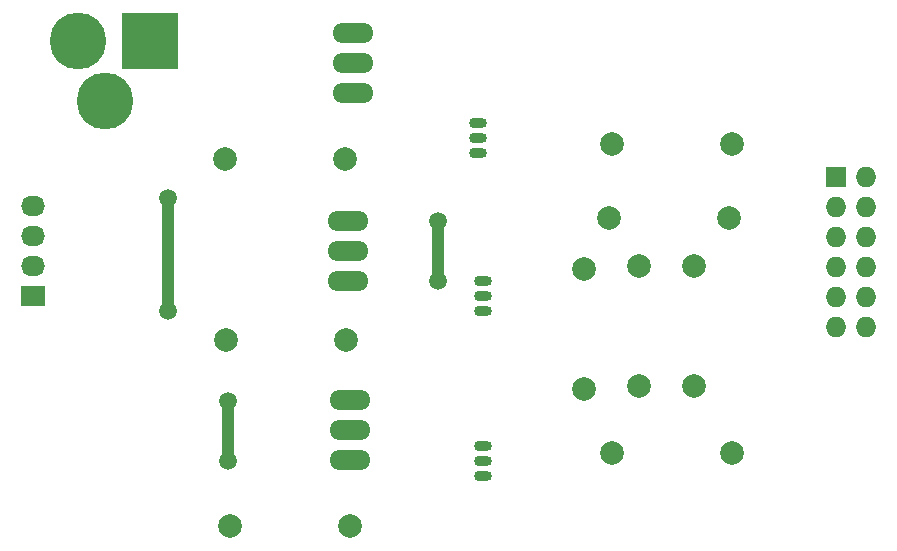
<source format=gbr>
G04 #@! TF.FileFunction,Copper,L1,Top,Signal*
%FSLAX46Y46*%
G04 Gerber Fmt 4.6, Leading zero omitted, Abs format (unit mm)*
G04 Created by KiCad (PCBNEW 4.0.0-1rc2.201511201506+6189~38~ubuntu14.04.1-stable) date dom 29 nov 2015 21:26:02 COT*
%MOMM*%
G01*
G04 APERTURE LIST*
%ADD10C,0.100000*%
%ADD11C,4.800600*%
%ADD12R,4.800600X4.800600*%
%ADD13R,1.727200X1.727200*%
%ADD14O,1.727200X1.727200*%
%ADD15R,2.032000X1.727200*%
%ADD16O,2.032000X1.727200*%
%ADD17O,1.501140X0.899160*%
%ADD18O,3.500120X1.699260*%
%ADD19C,1.998980*%
%ADD20C,1.500000*%
%ADD21C,1.000000*%
G04 APERTURE END LIST*
D10*
D11*
X115570000Y-45720000D03*
D12*
X121666000Y-45720000D03*
D11*
X117856000Y-50800000D03*
D13*
X179717700Y-57251600D03*
D14*
X182257700Y-57251600D03*
X179717700Y-59791600D03*
X182257700Y-59791600D03*
X179717700Y-62331600D03*
X182257700Y-62331600D03*
X179717700Y-64871600D03*
X182257700Y-64871600D03*
X179717700Y-67411600D03*
X182257700Y-67411600D03*
X179717700Y-69951600D03*
X182257700Y-69951600D03*
D15*
X111760000Y-67310000D03*
D16*
X111760000Y-64770000D03*
X111760000Y-62230000D03*
X111760000Y-59690000D03*
D17*
X149860000Y-81280000D03*
X149860000Y-80010000D03*
X149860000Y-82550000D03*
X149860000Y-67310000D03*
X149860000Y-66040000D03*
X149860000Y-68580000D03*
X149377400Y-53949600D03*
X149377400Y-52679600D03*
X149377400Y-55219600D03*
D18*
X138417300Y-63512700D03*
X138417300Y-66052700D03*
X138417300Y-60972700D03*
X138798300Y-47625000D03*
X138798300Y-50165000D03*
X138798300Y-45085000D03*
X138547000Y-78639000D03*
X138547000Y-81179000D03*
X138547000Y-76099000D03*
D19*
X160502600Y-60718700D03*
X170662600Y-60718700D03*
X160769300Y-80632300D03*
X170929300Y-80632300D03*
X160769300Y-54406800D03*
X170929300Y-54406800D03*
X163004500Y-64795400D03*
X163004500Y-74955400D03*
X167716200Y-74955400D03*
X167716200Y-64795400D03*
X158381700Y-65062100D03*
X158381700Y-75222100D03*
X128384300Y-86791800D03*
X138544300Y-86791800D03*
X128104900Y-71056500D03*
X138264900Y-71056500D03*
X128003300Y-55740300D03*
X138163300Y-55740300D03*
D20*
X146050000Y-60960000D03*
X146050000Y-66040000D03*
X123190000Y-59055000D03*
X123190000Y-68580000D03*
X128270000Y-76200000D03*
X128270000Y-81280000D03*
D21*
X146050000Y-60960000D02*
X146050000Y-66040000D01*
X123190000Y-68580000D02*
X123190000Y-59055000D01*
X128270000Y-81280000D02*
X128270000Y-76200000D01*
M02*

</source>
